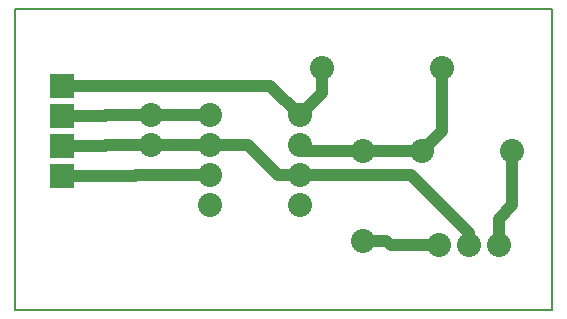
<source format=gbr>
G04 PROTEUS GERBER X2 FILE*
%TF.GenerationSoftware,Labcenter,Proteus,8.6-SP2-Build23525*%
%TF.CreationDate,2024-05-25T15:53:27+00:00*%
%TF.FileFunction,Copper,L2,Bot*%
%TF.FilePolarity,Positive*%
%TF.Part,Single*%
%FSLAX45Y45*%
%MOMM*%
G01*
%TA.AperFunction,Conductor*%
%ADD10C,1.016000*%
%TA.AperFunction,ComponentPad*%
%ADD11C,2.032000*%
%TA.AperFunction,ComponentPad*%
%ADD12R,2.032000X2.032000*%
%TA.AperFunction,Profile*%
%ADD13C,0.203200*%
%TD.AperFunction*%
D10*
X-1450000Y+1400000D02*
X-1284000Y+1566000D01*
X-1284000Y+2100000D01*
X-1950000Y+1400000D02*
X-2441999Y+1400000D01*
X-2488000Y+1446000D01*
X-2488000Y+1446001D01*
X-1450000Y+1400000D02*
X-1950000Y+1400000D01*
X-3250000Y+1192000D02*
X-3873500Y+1192000D01*
X-3877500Y+1188000D01*
X-4500000Y+1188000D01*
X-3250000Y+1446000D02*
X-2921000Y+1446000D01*
X-2667001Y+1192001D01*
X-2488000Y+1192000D01*
X-2488000Y+1192001D01*
X-3750000Y+1450000D02*
X-4127500Y+1450000D01*
X-4135500Y+1442000D01*
X-4500000Y+1442000D01*
X-3250000Y+1446000D02*
X-3254000Y+1450000D01*
X-3750000Y+1450000D01*
X-800000Y+600000D02*
X-800000Y+825500D01*
X-688000Y+937500D01*
X-688000Y+1400000D01*
X-1308000Y+600000D02*
X-1714500Y+600000D01*
X-1752500Y+638000D01*
X-1950000Y+638000D01*
X-3750000Y+1704000D02*
X-4127500Y+1704000D01*
X-4135500Y+1696000D01*
X-4500000Y+1696000D01*
X-3750000Y+1704000D02*
X-3556000Y+1704000D01*
X-3552000Y+1700000D01*
X-3250000Y+1700000D01*
X-2488000Y+1700000D02*
X-2738000Y+1950000D01*
X-4500000Y+1950000D01*
X-2488000Y+1700000D02*
X-2300000Y+1888000D01*
X-2300000Y+2100000D01*
X-2488000Y+1192000D02*
X-1542001Y+1192001D01*
X-1054000Y+704000D01*
X-1054000Y+600000D01*
D11*
X-800000Y+600000D03*
X-1308000Y+600000D03*
X-1054000Y+600000D03*
X-3250000Y+1700000D03*
X-3250000Y+1446000D03*
X-3250000Y+1192000D03*
X-3250000Y+938000D03*
X-2488000Y+938000D03*
X-2488000Y+1192000D03*
X-2488000Y+1446000D03*
X-2488000Y+1700000D03*
X-3750000Y+1450000D03*
X-3750000Y+1704000D03*
X-1450000Y+1400000D03*
X-688000Y+1400000D03*
X-1950000Y+638000D03*
X-1950000Y+1400000D03*
X-2300000Y+2100000D03*
X-1284000Y+2100000D03*
D12*
X-4500000Y+1950000D03*
X-4500000Y+1696000D03*
X-4500000Y+1442000D03*
X-4500000Y+1188000D03*
D13*
X-4900000Y+50000D02*
X-350000Y+50000D01*
X-350000Y+2600000D01*
X-4900000Y+2600000D01*
X-4900000Y+50000D01*
M02*

</source>
